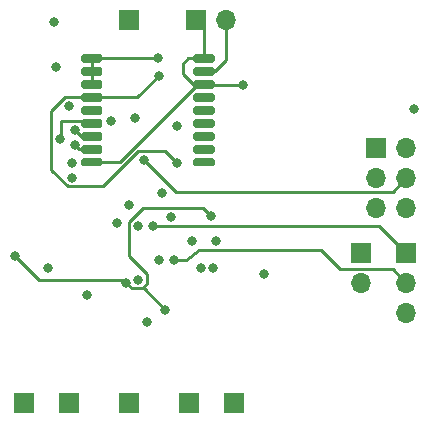
<source format=gbr>
%TF.GenerationSoftware,KiCad,Pcbnew,(5.1.9)-1*%
%TF.CreationDate,2021-06-03T20:59:13+02:00*%
%TF.ProjectId,HABakuk_v1.0,48414261-6b75-46b5-9f76-312e302e6b69,1.0*%
%TF.SameCoordinates,Original*%
%TF.FileFunction,Copper,L4,Bot*%
%TF.FilePolarity,Positive*%
%FSLAX46Y46*%
G04 Gerber Fmt 4.6, Leading zero omitted, Abs format (unit mm)*
G04 Created by KiCad (PCBNEW (5.1.9)-1) date 2021-06-03 20:59:13*
%MOMM*%
%LPD*%
G01*
G04 APERTURE LIST*
%TA.AperFunction,ComponentPad*%
%ADD10R,1.700000X1.700000*%
%TD*%
%TA.AperFunction,ComponentPad*%
%ADD11O,1.700000X1.700000*%
%TD*%
%TA.AperFunction,ViaPad*%
%ADD12C,0.800000*%
%TD*%
%TA.AperFunction,Conductor*%
%ADD13C,0.250000*%
%TD*%
G04 APERTURE END LIST*
D10*
%TO.P,J10,1*%
%TO.N,GND*%
X129540000Y-119380000D03*
%TD*%
%TO.P,J9,1*%
%TO.N,+3V3*%
X133350000Y-119380000D03*
%TD*%
%TO.P,J8,1*%
%TO.N,GND*%
X115570000Y-119380000D03*
%TD*%
%TO.P,J7,1*%
%TO.N,Net-(C1-Pad1)*%
X119380000Y-119380000D03*
%TD*%
%TO.P,J6,1*%
%TO.N,GND*%
X124460000Y-119380000D03*
%TD*%
%TO.P,J5,1*%
%TO.N,Net-(J5-Pad1)*%
X124460000Y-86995000D03*
%TD*%
D11*
%TO.P,J4,2*%
%TO.N,Net-(J4-Pad2)*%
X132715000Y-86995000D03*
D10*
%TO.P,J4,1*%
%TO.N,GND*%
X130175000Y-86995000D03*
%TD*%
D11*
%TO.P,J3,3*%
%TO.N,Net-(C15-Pad2)*%
X147955000Y-111760000D03*
%TO.P,J3,2*%
%TO.N,TXD*%
X147955000Y-109220000D03*
D10*
%TO.P,J3,1*%
%TO.N,RXD*%
X147955000Y-106680000D03*
%TD*%
D11*
%TO.P,J2,2*%
%TO.N,SDA*%
X144145000Y-109220000D03*
D10*
%TO.P,J2,1*%
%TO.N,SCL*%
X144145000Y-106680000D03*
%TD*%
%TO.P,U4,18*%
%TO.N,Net-(U4-Pad18)*%
%TA.AperFunction,SMDPad,CuDef*%
G36*
G01*
X129910000Y-99190000D02*
X129910000Y-98840000D01*
G75*
G02*
X130085000Y-98665000I175000J0D01*
G01*
X131535000Y-98665000D01*
G75*
G02*
X131710000Y-98840000I0J-175000D01*
G01*
X131710000Y-99190000D01*
G75*
G02*
X131535000Y-99365000I-175000J0D01*
G01*
X130085000Y-99365000D01*
G75*
G02*
X129910000Y-99190000I0J175000D01*
G01*
G37*
%TD.AperFunction*%
%TO.P,U4,17*%
%TO.N,Net-(U4-Pad17)*%
%TA.AperFunction,SMDPad,CuDef*%
G36*
G01*
X129910000Y-98115000D02*
X129910000Y-97715000D01*
G75*
G02*
X130110000Y-97515000I200000J0D01*
G01*
X131510000Y-97515000D01*
G75*
G02*
X131710000Y-97715000I0J-200000D01*
G01*
X131710000Y-98115000D01*
G75*
G02*
X131510000Y-98315000I-200000J0D01*
G01*
X130110000Y-98315000D01*
G75*
G02*
X129910000Y-98115000I0J200000D01*
G01*
G37*
%TD.AperFunction*%
%TO.P,U4,16*%
%TO.N,Net-(U4-Pad16)*%
%TA.AperFunction,SMDPad,CuDef*%
G36*
G01*
X129910000Y-97015000D02*
X129910000Y-96615000D01*
G75*
G02*
X130110000Y-96415000I200000J0D01*
G01*
X131510000Y-96415000D01*
G75*
G02*
X131710000Y-96615000I0J-200000D01*
G01*
X131710000Y-97015000D01*
G75*
G02*
X131510000Y-97215000I-200000J0D01*
G01*
X130110000Y-97215000D01*
G75*
G02*
X129910000Y-97015000I0J200000D01*
G01*
G37*
%TD.AperFunction*%
%TO.P,U4,15*%
%TO.N,Net-(U4-Pad15)*%
%TA.AperFunction,SMDPad,CuDef*%
G36*
G01*
X129910000Y-95915000D02*
X129910000Y-95515000D01*
G75*
G02*
X130110000Y-95315000I200000J0D01*
G01*
X131510000Y-95315000D01*
G75*
G02*
X131710000Y-95515000I0J-200000D01*
G01*
X131710000Y-95915000D01*
G75*
G02*
X131510000Y-96115000I-200000J0D01*
G01*
X130110000Y-96115000D01*
G75*
G02*
X129910000Y-95915000I0J200000D01*
G01*
G37*
%TD.AperFunction*%
%TO.P,U4,14*%
%TO.N,Net-(U4-Pad14)*%
%TA.AperFunction,SMDPad,CuDef*%
G36*
G01*
X129910000Y-94815000D02*
X129910000Y-94415000D01*
G75*
G02*
X130110000Y-94215000I200000J0D01*
G01*
X131510000Y-94215000D01*
G75*
G02*
X131710000Y-94415000I0J-200000D01*
G01*
X131710000Y-94815000D01*
G75*
G02*
X131510000Y-95015000I-200000J0D01*
G01*
X130110000Y-95015000D01*
G75*
G02*
X129910000Y-94815000I0J200000D01*
G01*
G37*
%TD.AperFunction*%
%TO.P,U4,13*%
%TO.N,Net-(U4-Pad13)*%
%TA.AperFunction,SMDPad,CuDef*%
G36*
G01*
X129910000Y-93715000D02*
X129910000Y-93315000D01*
G75*
G02*
X130110000Y-93115000I200000J0D01*
G01*
X131510000Y-93115000D01*
G75*
G02*
X131710000Y-93315000I0J-200000D01*
G01*
X131710000Y-93715000D01*
G75*
G02*
X131510000Y-93915000I-200000J0D01*
G01*
X130110000Y-93915000D01*
G75*
G02*
X129910000Y-93715000I0J200000D01*
G01*
G37*
%TD.AperFunction*%
%TO.P,U4,12*%
%TO.N,GND*%
%TA.AperFunction,SMDPad,CuDef*%
G36*
G01*
X129910000Y-92615000D02*
X129910000Y-92215000D01*
G75*
G02*
X130110000Y-92015000I200000J0D01*
G01*
X131510000Y-92015000D01*
G75*
G02*
X131710000Y-92215000I0J-200000D01*
G01*
X131710000Y-92615000D01*
G75*
G02*
X131510000Y-92815000I-200000J0D01*
G01*
X130110000Y-92815000D01*
G75*
G02*
X129910000Y-92615000I0J200000D01*
G01*
G37*
%TD.AperFunction*%
%TO.P,U4,11*%
%TO.N,Net-(J4-Pad2)*%
%TA.AperFunction,SMDPad,CuDef*%
G36*
G01*
X129910000Y-91515000D02*
X129910000Y-91115000D01*
G75*
G02*
X130110000Y-90915000I200000J0D01*
G01*
X131510000Y-90915000D01*
G75*
G02*
X131710000Y-91115000I0J-200000D01*
G01*
X131710000Y-91515000D01*
G75*
G02*
X131510000Y-91715000I-200000J0D01*
G01*
X130110000Y-91715000D01*
G75*
G02*
X129910000Y-91515000I0J200000D01*
G01*
G37*
%TD.AperFunction*%
%TO.P,U4,10*%
%TO.N,GND*%
%TA.AperFunction,SMDPad,CuDef*%
G36*
G01*
X129910000Y-90390000D02*
X129910000Y-90040000D01*
G75*
G02*
X130085000Y-89865000I175000J0D01*
G01*
X131535000Y-89865000D01*
G75*
G02*
X131710000Y-90040000I0J-175000D01*
G01*
X131710000Y-90390000D01*
G75*
G02*
X131535000Y-90565000I-175000J0D01*
G01*
X130085000Y-90565000D01*
G75*
G02*
X129910000Y-90390000I0J175000D01*
G01*
G37*
%TD.AperFunction*%
%TO.P,U4,9*%
%TO.N,Net-(C14-Pad1)*%
%TA.AperFunction,SMDPad,CuDef*%
G36*
G01*
X120410000Y-90390000D02*
X120410000Y-90040000D01*
G75*
G02*
X120585000Y-89865000I175000J0D01*
G01*
X122035000Y-89865000D01*
G75*
G02*
X122210000Y-90040000I0J-175000D01*
G01*
X122210000Y-90390000D01*
G75*
G02*
X122035000Y-90565000I-175000J0D01*
G01*
X120585000Y-90565000D01*
G75*
G02*
X120410000Y-90390000I0J175000D01*
G01*
G37*
%TD.AperFunction*%
%TO.P,U4,8*%
%TA.AperFunction,SMDPad,CuDef*%
G36*
G01*
X120410000Y-91515000D02*
X120410000Y-91115000D01*
G75*
G02*
X120610000Y-90915000I200000J0D01*
G01*
X122010000Y-90915000D01*
G75*
G02*
X122210000Y-91115000I0J-200000D01*
G01*
X122210000Y-91515000D01*
G75*
G02*
X122010000Y-91715000I-200000J0D01*
G01*
X120610000Y-91715000D01*
G75*
G02*
X120410000Y-91515000I0J200000D01*
G01*
G37*
%TD.AperFunction*%
%TO.P,U4,7*%
%TA.AperFunction,SMDPad,CuDef*%
G36*
G01*
X120410000Y-92615000D02*
X120410000Y-92215000D01*
G75*
G02*
X120610000Y-92015000I200000J0D01*
G01*
X122010000Y-92015000D01*
G75*
G02*
X122210000Y-92215000I0J-200000D01*
G01*
X122210000Y-92615000D01*
G75*
G02*
X122010000Y-92815000I-200000J0D01*
G01*
X120610000Y-92815000D01*
G75*
G02*
X120410000Y-92615000I0J200000D01*
G01*
G37*
%TD.AperFunction*%
%TO.P,U4,6*%
%TO.N,+3V3*%
%TA.AperFunction,SMDPad,CuDef*%
G36*
G01*
X120410000Y-93715000D02*
X120410000Y-93315000D01*
G75*
G02*
X120610000Y-93115000I200000J0D01*
G01*
X122010000Y-93115000D01*
G75*
G02*
X122210000Y-93315000I0J-200000D01*
G01*
X122210000Y-93715000D01*
G75*
G02*
X122010000Y-93915000I-200000J0D01*
G01*
X120610000Y-93915000D01*
G75*
G02*
X120410000Y-93715000I0J200000D01*
G01*
G37*
%TD.AperFunction*%
%TO.P,U4,5*%
%TO.N,Net-(U4-Pad5)*%
%TA.AperFunction,SMDPad,CuDef*%
G36*
G01*
X120410000Y-94815000D02*
X120410000Y-94415000D01*
G75*
G02*
X120610000Y-94215000I200000J0D01*
G01*
X122010000Y-94215000D01*
G75*
G02*
X122210000Y-94415000I0J-200000D01*
G01*
X122210000Y-94815000D01*
G75*
G02*
X122010000Y-95015000I-200000J0D01*
G01*
X120610000Y-95015000D01*
G75*
G02*
X120410000Y-94815000I0J200000D01*
G01*
G37*
%TD.AperFunction*%
%TO.P,U4,4*%
%TO.N,TIMEP*%
%TA.AperFunction,SMDPad,CuDef*%
G36*
G01*
X120410000Y-95915000D02*
X120410000Y-95515000D01*
G75*
G02*
X120610000Y-95315000I200000J0D01*
G01*
X122010000Y-95315000D01*
G75*
G02*
X122210000Y-95515000I0J-200000D01*
G01*
X122210000Y-95915000D01*
G75*
G02*
X122010000Y-96115000I-200000J0D01*
G01*
X120610000Y-96115000D01*
G75*
G02*
X120410000Y-95915000I0J200000D01*
G01*
G37*
%TD.AperFunction*%
%TO.P,U4,3*%
%TO.N,TXO*%
%TA.AperFunction,SMDPad,CuDef*%
G36*
G01*
X120410000Y-97015000D02*
X120410000Y-96615000D01*
G75*
G02*
X120610000Y-96415000I200000J0D01*
G01*
X122010000Y-96415000D01*
G75*
G02*
X122210000Y-96615000I0J-200000D01*
G01*
X122210000Y-97015000D01*
G75*
G02*
X122010000Y-97215000I-200000J0D01*
G01*
X120610000Y-97215000D01*
G75*
G02*
X120410000Y-97015000I0J200000D01*
G01*
G37*
%TD.AperFunction*%
%TO.P,U4,2*%
%TO.N,RXI*%
%TA.AperFunction,SMDPad,CuDef*%
G36*
G01*
X120410000Y-98115000D02*
X120410000Y-97715000D01*
G75*
G02*
X120610000Y-97515000I200000J0D01*
G01*
X122010000Y-97515000D01*
G75*
G02*
X122210000Y-97715000I0J-200000D01*
G01*
X122210000Y-98115000D01*
G75*
G02*
X122010000Y-98315000I-200000J0D01*
G01*
X120610000Y-98315000D01*
G75*
G02*
X120410000Y-98115000I0J200000D01*
G01*
G37*
%TD.AperFunction*%
%TO.P,U4,1*%
%TO.N,GND*%
%TA.AperFunction,SMDPad,CuDef*%
G36*
G01*
X120410000Y-99190000D02*
X120410000Y-98840000D01*
G75*
G02*
X120585000Y-98665000I175000J0D01*
G01*
X122035000Y-98665000D01*
G75*
G02*
X122210000Y-98840000I0J-175000D01*
G01*
X122210000Y-99190000D01*
G75*
G02*
X122035000Y-99365000I-175000J0D01*
G01*
X120585000Y-99365000D01*
G75*
G02*
X120410000Y-99190000I0J175000D01*
G01*
G37*
%TD.AperFunction*%
%TD*%
D11*
%TO.P,J1,6*%
%TO.N,MISO*%
X147955000Y-102870000D03*
%TO.P,J1,5*%
%TO.N,+3V3*%
X145415000Y-102870000D03*
%TO.P,J1,4*%
%TO.N,SCK*%
X147955000Y-100330000D03*
%TO.P,J1,3*%
%TO.N,MOSI*%
X145415000Y-100330000D03*
%TO.P,J1,2*%
%TO.N,DTR*%
X147955000Y-97790000D03*
D10*
%TO.P,J1,1*%
%TO.N,GND*%
X145415000Y-97790000D03*
%TD*%
D12*
%TO.N,GND*%
X134112000Y-92456000D03*
%TO.N,Net-(C7-Pad1)*%
X125984000Y-112522000D03*
X135890000Y-108458000D03*
%TO.N,Net-(C14-Pad1)*%
X126955000Y-90215000D03*
%TO.N,DTR*%
X131821347Y-105659347D03*
X127000000Y-107315000D03*
%TO.N,+3V3*%
X127000000Y-91694000D03*
X148590000Y-94488000D03*
X114808000Y-106934000D03*
X124219403Y-109206597D03*
X131380002Y-103595000D03*
X127508000Y-111506000D03*
X128524000Y-99060000D03*
%TO.N,MISO*%
X122936000Y-95504000D03*
%TO.N,SCK*%
X125730000Y-98806000D03*
%TO.N,MOSI*%
X124968000Y-95250000D03*
%TO.N,SDA*%
X125222000Y-108966000D03*
X124464653Y-102611347D03*
X119634000Y-99060000D03*
%TO.N,SCL*%
X130556000Y-107950000D03*
X119634000Y-100330000D03*
X125222000Y-104394000D03*
%TO.N,TXD*%
X128270000Y-107250002D03*
%TO.N,RXD*%
X126492000Y-104394000D03*
%TO.N,CLK0*%
X118110000Y-87122000D03*
X118296656Y-90953712D03*
%TO.N,TIMEP*%
X129789347Y-105659347D03*
X118618000Y-97028000D03*
%TO.N,TEMP*%
X117602000Y-107950000D03*
X123444000Y-104140000D03*
%TO.N,CLK2*%
X128524000Y-95975000D03*
X119380000Y-94234000D03*
%TO.N,RXI*%
X128016000Y-103632000D03*
X119888000Y-97536000D03*
%TO.N,TXO*%
X127254000Y-101600000D03*
X119888000Y-96266000D03*
%TO.N,Net-(C1-Pad1)*%
X131568654Y-107962651D03*
X120904000Y-110236000D03*
%TD*%
D13*
%TO.N,GND*%
X130810000Y-87630000D02*
X130175000Y-86995000D01*
X130810000Y-90215000D02*
X130810000Y-87630000D01*
X130810000Y-90215000D02*
X129495000Y-90215000D01*
X129495000Y-90215000D02*
X129032000Y-90678000D01*
X129910000Y-92415000D02*
X130810000Y-92415000D01*
X129032000Y-91537000D02*
X129910000Y-92415000D01*
X129032000Y-90678000D02*
X129032000Y-91537000D01*
X130851000Y-92456000D02*
X130810000Y-92415000D01*
X134112000Y-92456000D02*
X130851000Y-92456000D01*
X130267522Y-92415000D02*
X130810000Y-92415000D01*
X123667522Y-99015000D02*
X130267522Y-92415000D01*
X121310000Y-99015000D02*
X123667522Y-99015000D01*
%TO.N,Net-(C14-Pad1)*%
X121310000Y-92415000D02*
X121310000Y-91315000D01*
X121310000Y-91315000D02*
X121310000Y-90215000D01*
X121310000Y-90215000D02*
X126955000Y-90215000D01*
%TO.N,+3V3*%
X125179000Y-93515000D02*
X121310000Y-93515000D01*
X127000000Y-91694000D02*
X125179000Y-93515000D01*
X116840000Y-108966000D02*
X118283998Y-108966000D01*
X114808000Y-106934000D02*
X116840000Y-108966000D01*
X123978806Y-108966000D02*
X124219403Y-109206597D01*
X118283998Y-108966000D02*
X123978806Y-108966000D01*
X130692001Y-102906999D02*
X131380002Y-103595000D01*
X124496999Y-104045999D02*
X125635999Y-102906999D01*
X125947001Y-108428691D02*
X124496999Y-106978689D01*
X125947001Y-109314001D02*
X125947001Y-108428691D01*
X125570001Y-109691001D02*
X125947001Y-109314001D01*
X125635999Y-102906999D02*
X130692001Y-102906999D01*
X124703807Y-109691001D02*
X125570001Y-109691001D01*
X124496999Y-106978689D02*
X124496999Y-104045999D01*
X124219403Y-109206597D02*
X124703807Y-109691001D01*
X125693001Y-109691001D02*
X127508000Y-111506000D01*
X125570001Y-109691001D02*
X125693001Y-109691001D01*
X127544999Y-98080999D02*
X128524000Y-99060000D01*
X117892999Y-99662001D02*
X119285999Y-101055001D01*
X117892999Y-94647999D02*
X117892999Y-99662001D01*
X119285999Y-101055001D02*
X122263931Y-101055001D01*
X119031999Y-93508999D02*
X117892999Y-94647999D01*
X125237933Y-98080999D02*
X127544999Y-98080999D01*
X122263931Y-101055001D02*
X125237933Y-98080999D01*
X121303999Y-93508999D02*
X119031999Y-93508999D01*
X121310000Y-93515000D02*
X121303999Y-93508999D01*
%TO.N,SCK*%
X146779999Y-101505001D02*
X147955000Y-100330000D01*
X128429001Y-101505001D02*
X146779999Y-101505001D01*
X125730000Y-98806000D02*
X128429001Y-101505001D01*
%TO.N,TXD*%
X129271694Y-107250002D02*
X128270000Y-107250002D01*
X130349696Y-106426000D02*
X129271694Y-107250002D01*
X140716000Y-106426000D02*
X130349696Y-106426000D01*
X142358999Y-108044999D02*
X140716000Y-106426000D01*
X146779999Y-108044999D02*
X142358999Y-108044999D01*
X147955000Y-109220000D02*
X146779999Y-108044999D01*
%TO.N,RXD*%
X145669000Y-104394000D02*
X126492000Y-104394000D01*
X147955000Y-106680000D02*
X145669000Y-104394000D01*
%TO.N,Net-(J4-Pad2)*%
X132715000Y-90310000D02*
X132715000Y-86995000D01*
X131710000Y-91315000D02*
X132715000Y-90310000D01*
X130810000Y-91315000D02*
X131710000Y-91315000D01*
%TO.N,TIMEP*%
X121135999Y-95540999D02*
X121310000Y-95715000D01*
X118700226Y-95540999D02*
X121135999Y-95540999D01*
X118700226Y-96945774D02*
X118618000Y-97028000D01*
X118700226Y-95540999D02*
X118700226Y-96945774D01*
%TO.N,RXI*%
X120267000Y-97915000D02*
X121310000Y-97915000D01*
X119888000Y-97536000D02*
X120267000Y-97915000D01*
%TO.N,TXO*%
X120437000Y-96815000D02*
X121310000Y-96815000D01*
X119888000Y-96266000D02*
X120437000Y-96815000D01*
%TD*%
M02*

</source>
